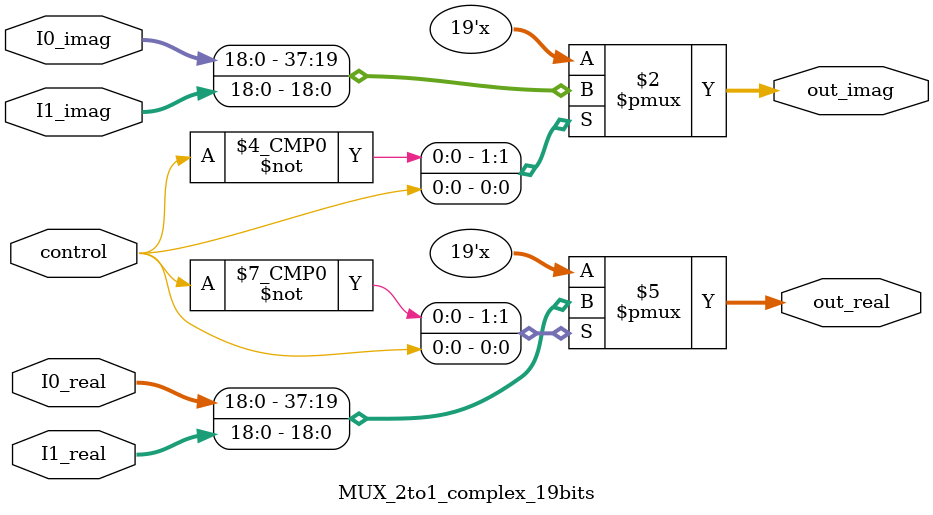
<source format=v>
`timescale 1ns / 1ps

module MUX_2to1_complex_19bits(I0_real, I0_imag, I1_real, I1_imag, control, out_real, out_imag);

parameter WL = 18;         // I/O = S7.11      19bit

input [WL:0] I0_real, I0_imag, I1_real, I1_imag;
input control;

output [WL:0] out_real, out_imag;

//  input
wire signed [WL:0] I0_real, I0_imag, I1_real, I1_imag;    
wire control;

// output
reg signed [WL:0] out_real, out_imag;                      

always@(*)
begin
    case(control)
        1'b0 :
        begin
            out_real = I0_real;
            out_imag = I0_imag;
        end

        1'b1 :
        begin
            out_real = I1_real;
            out_imag = I1_imag;
        end
    endcase
end

endmodule

</source>
